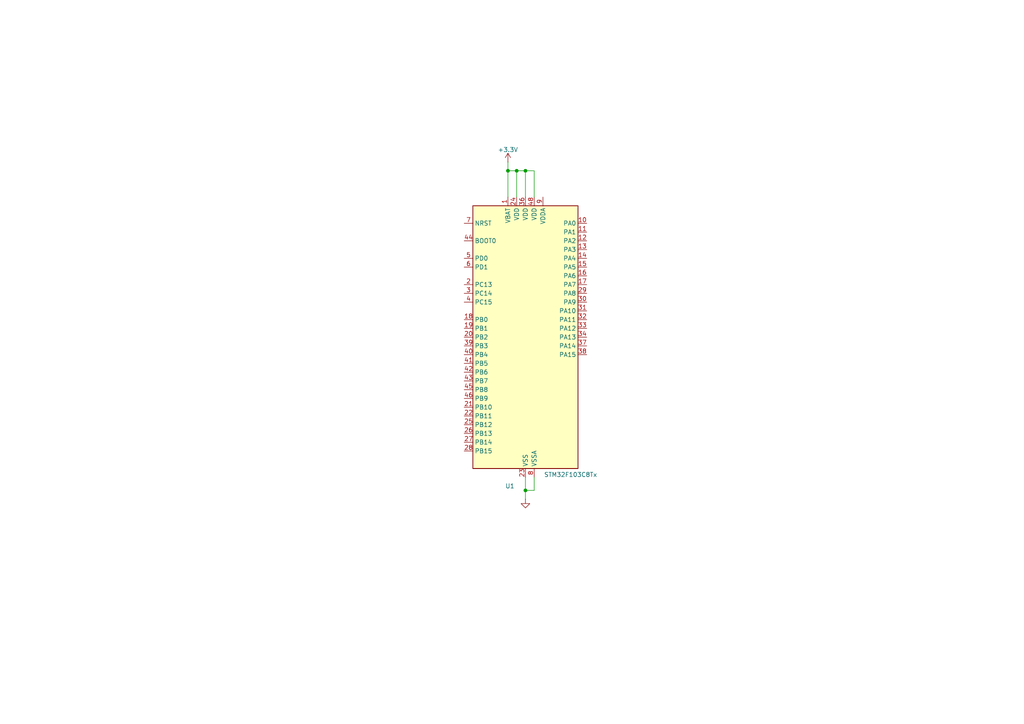
<source format=kicad_sch>
(kicad_sch (version 20250114) (generator "eeschema") (generator_version "9.0")
  (paper "A4")
  (title_block (title "A prototype for STM32 Bluepill") (date "2025-11-26") (company "Cagri Catik") (comment 1 "Comment 1") (comment 2 "Comment 2") (comment 3 "Comment 3"))
  (lib_symbols
    (symbol "MCU_ST_STM32F1:STM32F103C8Tx"
      (property "Reference" "U" (at -15.24 39.37 0))
      (property "Value" "STM32F103C8Tx" (at 7.62 39.37 0))
      (symbol "STM32F103C8Tx_0_1"
        (rectangle (start -15.24 -38.1) (end 15.24 38.1) (stroke (width 0.254)) (fill (type background)))
      )
      (symbol "STM32F103C8Tx_1_1"
        (pin input line (at -17.78 33.02 0) (length 2.54) (name "NRST") (number "7"))
        (pin input line (at -17.78 27.94 0) (length 2.54) (name "BOOT0") (number "44"))
        (pin bidirectional line (at -17.78 22.86 0) (length 2.54) (name "PD0") (number "5"))
        (pin bidirectional line (at -17.78 20.32 0) (length 2.54) (name "PD1") (number "6"))
        (pin bidirectional line (at -17.78 15.24 0) (length 2.54) (name "PC13") (number "2"))
        (pin bidirectional line (at -17.78 12.7 0) (length 2.54) (name "PC14") (number "3"))
        (pin bidirectional line (at -17.78 10.16 0) (length 2.54) (name "PC15") (number "4"))
        (pin bidirectional line (at -17.78 5.08 0) (length 2.54) (name "PB0") (number "18"))
        (pin bidirectional line (at -17.78 2.54 0) (length 2.54) (name "PB1") (number "19"))
        (pin bidirectional line (at -17.78 0 0) (length 2.54) (name "PB2") (number "20"))
        (pin bidirectional line (at -17.78 -2.54 0) (length 2.54) (name "PB3") (number "39"))
        (pin bidirectional line (at -17.78 -5.08 0) (length 2.54) (name "PB4") (number "40"))
        (pin bidirectional line (at -17.78 -7.62 0) (length 2.54) (name "PB5") (number "41"))
        (pin bidirectional line (at -17.78 -10.16 0) (length 2.54) (name "PB6") (number "42"))
        (pin bidirectional line (at -17.78 -12.7 0) (length 2.54) (name "PB7") (number "43"))
        (pin bidirectional line (at -17.78 -15.24 0) (length 2.54) (name "PB8") (number "45"))
        (pin bidirectional line (at -17.78 -17.78 0) (length 2.54) (name "PB9") (number "46"))
        (pin bidirectional line (at -17.78 -20.32 0) (length 2.54) (name "PB10") (number "21"))
        (pin bidirectional line (at -17.78 -22.86 0) (length 2.54) (name "PB11") (number "22"))
        (pin bidirectional line (at -17.78 -25.4 0) (length 2.54) (name "PB12") (number "25"))
        (pin bidirectional line (at -17.78 -27.94 0) (length 2.54) (name "PB13") (number "26"))
        (pin bidirectional line (at -17.78 -30.48 0) (length 2.54) (name "PB14") (number "27"))
        (pin bidirectional line (at -17.78 -33.02 0) (length 2.54) (name "PB15") (number "28"))
        (pin power_in line (at -5.08 40.64 270) (length 2.54) (name "VBAT") (number "1"))
        (pin power_in line (at -2.54 40.64 270) (length 2.54) (name "VDD") (number "24"))
        (pin power_in line (at 0 40.64 270) (length 2.54) (name "VDD") (number "36"))
        (pin power_in line (at 0 -40.64 90) (length 2.54) (name "VSS") (number "23"))
        (pin passive line (at 0 -40.64 90) (length 2.54) (hide yes) (name "VSS") (number "35"))
        (pin passive line (at 0 -40.64 90) (length 2.54) (hide yes) (name "VSS") (number "47"))
        (pin power_in line (at 2.54 40.64 270) (length 2.54) (name "VDD") (number "48"))
        (pin power_in line (at 2.54 -40.64 90) (length 2.54) (name "VSSA") (number "8"))
        (pin power_in line (at 5.08 40.64 270) (length 2.54) (name "VDDA") (number "9"))
        (pin bidirectional line (at 17.78 33.02 180) (length 2.54) (name "PA0") (number "10"))
        (pin bidirectional line (at 17.78 30.48 180) (length 2.54) (name "PA1") (number "11"))
        (pin bidirectional line (at 17.78 27.94 180) (length 2.54) (name "PA2") (number "12"))
        (pin bidirectional line (at 17.78 25.4 180) (length 2.54) (name "PA3") (number "13"))
        (pin bidirectional line (at 17.78 22.86 180) (length 2.54) (name "PA4") (number "14"))
        (pin bidirectional line (at 17.78 20.32 180) (length 2.54) (name "PA5") (number "15"))
        (pin bidirectional line (at 17.78 17.78 180) (length 2.54) (name "PA6") (number "16"))
        (pin bidirectional line (at 17.78 15.24 180) (length 2.54) (name "PA7") (number "17"))
        (pin bidirectional line (at 17.78 12.7 180) (length 2.54) (name "PA8") (number "29"))
        (pin bidirectional line (at 17.78 10.16 180) (length 2.54) (name "PA9") (number "30"))
        (pin bidirectional line (at 17.78 7.62 180) (length 2.54) (name "PA10") (number "31"))
        (pin bidirectional line (at 17.78 5.08 180) (length 2.54) (name "PA11") (number "32"))
        (pin bidirectional line (at 17.78 2.54 180) (length 2.54) (name "PA12") (number "33"))
        (pin bidirectional line (at 17.78 0 180) (length 2.54) (name "PA13") (number "34"))
        (pin bidirectional line (at 17.78 -2.54 180) (length 2.54) (name "PA14") (number "37"))
        (pin bidirectional line (at 17.78 -5.08 180) (length 2.54) (name "PA15") (number "38"))
      )
    )
    (symbol "power:+3.3V" (power) (pin_numbers (hide yes)) (pin_names (offset 0) (hide yes))
      (property "Value" "+3.3V" (at 0 3.556 0))
      (symbol "+3.3V_0_1"
        (polyline (pts (xy -0.762 1.27) (xy 0 2.54)))
        (polyline (pts (xy 0 2.54) (xy 0.762 1.27)))
        (polyline (pts (xy 0 0) (xy 0 2.54)))
      )
      (symbol "+3.3V_1_1"
        (pin power_in line (at 0 0 90) (length 0) (name "~") (number "1"))
      )
    )
    (symbol "power:GND" (power) (pin_numbers (hide yes)) (pin_names (offset 0) (hide yes))
      (property "Value" "GND" (at 0 -3.81 0))
      (symbol "GND_0_1"
        (polyline (pts (xy 0 0) (xy 0 -1.27) (xy 1.27 -1.27) (xy 0 -2.54) (xy -1.27 -1.27) (xy 0 -1.27)))
      )
      (symbol "GND_1_1"
        (pin power_in line (at 0 0 270) (length 0) (name "~") (number "1"))
      )
    )
  )
  (junction (at 149.86 49.53))
  (junction (at 152.4 142.24))
  (junction (at 152.4 49.53))
  (junction (at 147.32 49.53))
  (wire (pts (xy 154.94 49.53) (xy 152.4 49.53)))
  (wire (pts (xy 152.4 142.24) (xy 152.4 138.43)))
  (wire (pts (xy 149.86 49.53) (xy 152.4 49.53)))
  (wire (pts (xy 147.32 46.99) (xy 147.32 49.53)))
  (wire (pts (xy 147.32 57.15) (xy 147.32 49.53)))
  (wire (pts (xy 154.94 142.24) (xy 152.4 142.24)))
  (wire (pts (xy 149.86 57.15) (xy 149.86 49.53)))
  (wire (pts (xy 152.4 57.15) (xy 152.4 49.53)))
  (wire (pts (xy 154.94 138.43) (xy 154.94 142.24)))
  (wire (pts (xy 154.94 57.15) (xy 154.94 49.53)))
  (wire (pts (xy 147.32 49.53) (xy 149.86 49.53)))
  (wire (pts (xy 152.4 144.78) (xy 152.4 142.24)))
  (symbol (lib_id "MCU_ST_STM32F1:STM32F103C8Tx") (at 152.4 97.79 0) (unit 1)
    (property "Reference" "U1" (at 149.2819 140.97 0) (effects (justify right)))
    (property "Value" "STM32F103C8Tx" (at 173.228 137.668 0) (effects (justify right)))
    (property "Footprint" "Package_QFP:LQFP-48_7x7mm_P0.5mm" (effects (hide yes)))
    (property "Datasheet" "https://www.st.com/resource/en/datasheet/stm32f103c8.pdf" (effects (hide yes)))
    (property "Description" "STMicroelectronics Arm Cortex-M3 MCU, 64KB flash, 20KB RAM, 72 MHz, 2.0-3.6V, 37 GPIO, LQFP48" (effects (hide yes)))
    (property "Sim.Library" ".\\" (effects (hide yes)))
  )
  (symbol (lib_id "power:GND") (at 152.4 144.78 0) (unit 1)
    (property "Reference" "#PWR01" (effects (hide yes)))
    (property "Value" "GND" (effects (hide yes)))
    (property "Description" "Power symbol creates a global label with name \"GND\" , ground" (effects (hide yes)))
  )
  (symbol (lib_id "power:+3.3V") (at 147.32 46.99 0) (unit 1)
    (property "Reference" "#PWR02" (effects (hide yes)))
    (property "Value" "+3.3V" (at 147.32 43.434 0))
    (property "Description" "Power symbol creates a global label with name \"+3.3V\"" (effects (hide yes)))
  )
)
</source>
